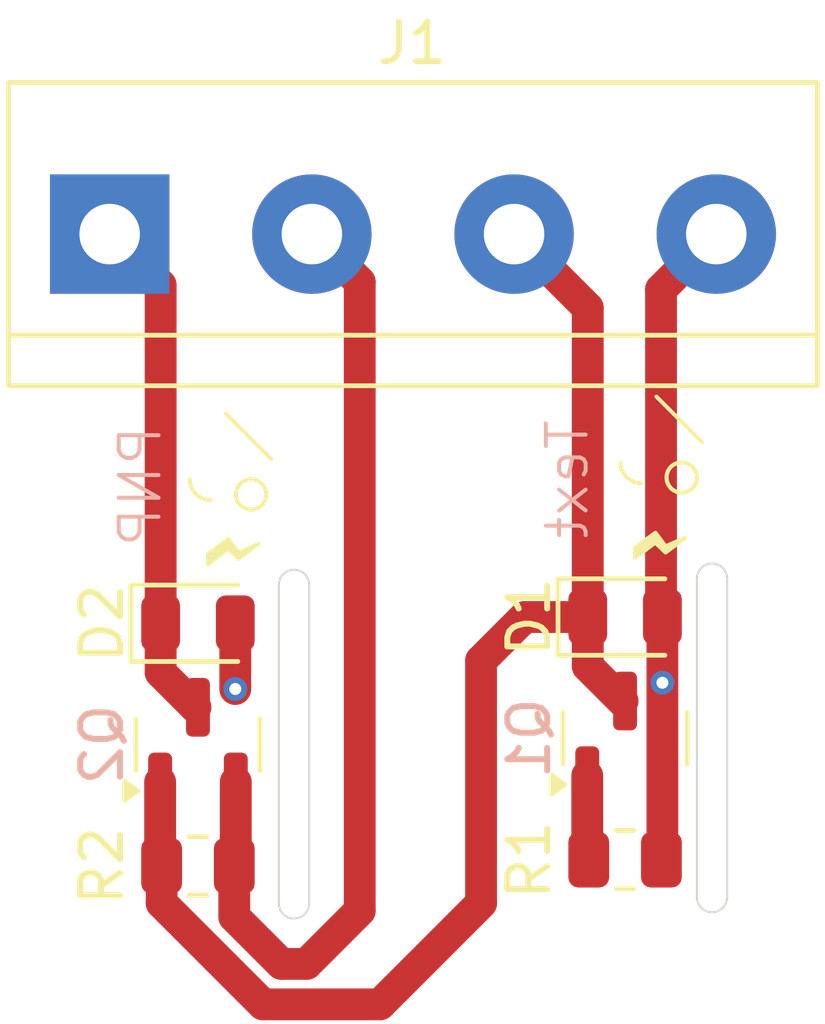
<source format=kicad_pcb>
(kicad_pcb (version 20240108) (generator "pcbnew") (generator_version "8.0")
  (layers (0 "F.Cu" signal) (31 "B.Cu" signal) (34 "B.Paste" user) (35 "F.Paste" user) (36 "B.SilkS" user "B.Silkscreen") (37 "F.SilkS" user "F.Silkscreen") (38 "B.Mask" user) (39 "F.Mask" user) (44 "Edge.Cuts" user))
  (net 0 "")
  (net 1 "/nType/Output")
  (net 2 "GND")
  (net 3 "/Input")
  (net 4 "VDC")
  (net 5 "/pType/Output")
  (footprint "Diode_SMD:D_0805_2012Metric" (layer "F.Cu") (at 34.606499 29.348104)
    (property "Reference" "D1" (at -2.413 0 -90) (layer "F.SilkS"))
    (property "Value" "D_Schottky_Small")
    (fp_line (start -1.684999 -0.96) (end -1.684999 0.96) (stroke (width 0.12)) (layer "F.SilkS"))
    (fp_line (start -1.684999 0.96) (end 1 0.96) (stroke (width 0.12)) (layer "F.SilkS"))
    (fp_line (start 1 -0.96) (end -1.684999 -0.96) (stroke (width 0.12)) (layer "F.SilkS"))
    (pad "1" smd roundrect (at -0.937501 0) (size 0.975 1.4) (layers "F.Cu" "F.Paste" "F.Mask") (net 1 "/nType/Output"))
    (pad "2" smd roundrect (at 0.937501 0) (size 0.975 1.4) (layers "F.Cu" "F.Paste" "F.Mask") (net 2 "GND"))
  )
  (footprint "Resistor_SMD:R_0805_2012Metric" (layer "F.Cu") (at 23.876 35.601102 180)
    (property "Reference" "R2" (at 2.413 0 90) (layer "F.SilkS"))
    (property "Value" "10k")
    (fp_line (start -0.227064 0.735) (end 0.227064 0.735) (stroke (width 0.12)) (layer "F.SilkS"))
    (fp_line (start -0.227064 -0.735) (end 0.227064 -0.735) (stroke (width 0.12)) (layer "F.SilkS"))
    (pad "1" smd roundrect (at -0.9125 0 180) (size 1.025 1.4) (layers "F.Cu" "F.Paste" "F.Mask") (roundrect_rratio 0.243902) (net 4 "VDC"))
    (pad "2" smd roundrect (at 0.9125 0 180) (size 1.025 1.4) (layers "F.Cu" "F.Paste" "F.Mask") (roundrect_rratio 0.243902) (net 1 "/nType/Output"))
  )
  (footprint "Package_TO_SOT_SMD:SOT-23" (layer "F.Cu") (at 23.876 32.553102 90)
    (property "Reference" "Q2" (at 0 -2.413 90) (layer "B.SilkS") (effects (justify mirror)))
    (property "Value" "BC807")
    (fp_line (start 0 -1.560001) (end 0.65 -1.56) (stroke (width 0.12)) (layer "F.SilkS"))
    (fp_line (start 0 -1.560001) (end -0.65 -1.56) (stroke (width 0.12)) (layer "F.SilkS"))
    (fp_line (start 0 1.560001) (end 0.65 1.56) (stroke (width 0.12)) (layer "F.SilkS"))
    (fp_line (start 0 1.560001) (end -0.65 1.56) (stroke (width 0.12)) (layer "F.SilkS"))
    (fp_poly (pts (xy -1.1625 -1.51) (xy -1.4025 -1.84) (xy -0.9225 -1.839999) (xy -1.1625 -1.51)) (stroke (width 0.12)) (fill solid) (layer "F.SilkS"))
    (pad "1" smd roundrect (at -0.9375 -0.95 90) (size 1.475 0.6) (layers "F.Cu" "F.Paste" "F.Mask") (net 1 "/nType/Output"))
    (pad "2" smd roundrect (at -0.9375 0.95 90) (size 1.475 0.6) (layers "F.Cu" "F.Paste" "F.Mask") (net 4 "VDC"))
    (pad "3" smd roundrect (at 0.937501 0 90) (size 1.475 0.6) (layers "F.Cu" "F.Paste" "F.Mask") (net 5 "/pType/Output"))
  )
  (footprint "TerminalBlock:TerminalBlock_bornier-4_P5.08mm" (layer "F.Cu") (at 21.6575 19.727604)
    (property "Reference" "J1" (at 7.6 -4.8 0) (layer "F.SilkS"))
    (property "Value" "Screw_Terminal_01x04")
    (fp_line (start -2.54 -3.81) (end -2.54 3.81) (stroke (width 0.12)) (layer "F.SilkS"))
    (fp_line (start -2.54 -3.81) (end 17.78 -3.81) (stroke (width 0.12)) (layer "F.SilkS"))
    (fp_line (start -2.54 3.81) (end 17.78 3.81) (stroke (width 0.12)) (layer "F.SilkS"))
    (fp_line (start 17.78 2.54) (end -2.54 2.54) (stroke (width 0.12)) (layer "F.SilkS"))
    (fp_line (start 17.78 3.81) (end 17.78 -3.81) (stroke (width 0.12)) (layer "F.SilkS"))
    (pad "1" thru_hole rect (at 0 0) (size 3 3) (drill 1.52) (layers "*.Cu" "*.Mask") (net 5 "/pType/Output"))
    (pad "2" thru_hole circle (at 5.08 0) (size 3 3) (drill 1.52) (layers "*.Cu" "*.Mask") (net 4 "VDC"))
    (pad "3" thru_hole circle (at 10.16 0) (size 3 3) (drill 1.52) (layers "*.Cu" "*.Mask") (net 1 "/nType/Output"))
    (pad "4" thru_hole circle (at 15.24 0) (size 3 3) (drill 1.52) (layers "*.Cu" "*.Mask") (net 2 "GND"))
  )
  (footprint "Diode_SMD:D_0805_2012Metric" (layer "F.Cu") (at 23.876 29.505102)
    (property "Reference" "D2" (at -2.413 0 -90) (layer "F.SilkS"))
    (property "Value" "D_Schottky_Small")
    (fp_line (start -1.684999 -0.96) (end -1.684999 0.96) (stroke (width 0.12)) (layer "F.SilkS"))
    (fp_line (start -1.684999 0.96) (end 1 0.96) (stroke (width 0.12)) (layer "F.SilkS"))
    (fp_line (start 1 -0.96) (end -1.684999 -0.96) (stroke (width 0.12)) (layer "F.SilkS"))
    (pad "1" smd roundrect (at -0.937501 0) (size 0.975 1.4) (layers "F.Cu" "F.Paste" "F.Mask") (net 5 "/pType/Output"))
    (pad "2" smd roundrect (at 0.937501 0) (size 0.975 1.4) (layers "F.Cu" "F.Paste" "F.Mask") (net 2 "GND"))
  )
  (footprint "Resistor_SMD:R_0805_2012Metric" (layer "F.Cu") (at 34.606499 35.444104)
    (property "Reference" "R1" (at -2.413 0 -90) (layer "F.SilkS"))
    (property "Value" "10k")
    (fp_line (start -0.227064 -0.735) (end 0.227064 -0.735) (stroke (width 0.12)) (layer "F.SilkS"))
    (fp_line (start -0.227064 0.735) (end 0.227064 0.735) (stroke (width 0.12)) (layer "F.SilkS"))
    (pad "1" smd roundrect (at -0.9125 0) (size 1.025 1.4) (layers "F.Cu" "F.Paste" "F.Mask") (roundrect_rratio 0.243902) (net 3 "/Input"))
    (pad "2" smd roundrect (at 0.9125 0) (size 1.025 1.4) (layers "F.Cu" "F.Paste" "F.Mask") (roundrect_rratio 0.243902) (net 2 "GND"))
  )
  (footprint "Package_TO_SOT_SMD:SOT-23" (layer "F.Cu") (at 34.606499 32.396104 90)
    (property "Reference" "Q1" (at 0 -2.413 90) (layer "B.SilkS") (effects (justify mirror)))
    (property "Value" "MMBT2222A")
    (fp_line (start 0 -1.560001) (end 0.65 -1.56) (stroke (width 0.12)) (layer "F.SilkS"))
    (fp_line (start 0 -1.560001) (end -0.65 -1.56) (stroke (width 0.12)) (layer "F.SilkS"))
    (fp_line (start 0 1.560001) (end 0.65 1.56) (stroke (width 0.12)) (layer "F.SilkS"))
    (fp_line (start 0 1.560001) (end -0.65 1.56) (stroke (width 0.12)) (layer "F.SilkS"))
    (fp_poly (pts (xy -1.1625 -1.51) (xy -1.4025 -1.84) (xy -0.9225 -1.839999) (xy -1.1625 -1.51)) (stroke (width 0.12)) (fill solid) (layer "F.SilkS"))
    (pad "1" smd roundrect (at -0.9375 -0.95 90) (size 1.475 0.6) (layers "F.Cu" "F.Paste" "F.Mask") (net 3 "/Input"))
    (pad "2" smd roundrect (at -0.9375 0.95 90) (size 1.475 0.6) (layers "F.Cu" "F.Paste" "F.Mask") (net 2 "GND"))
    (pad "3" smd roundrect (at 0.937501 0 90) (size 1.475 0.6) (layers "F.Cu" "F.Paste" "F.Mask") (net 1 "/nType/Output"))
  )
  (gr_circle (center 36.028899 25.842904) (end 35.647899 25.842904) (stroke (width 0.1)) (fill none) (layer "F.SilkS"))
  (gr_circle (center 36.028899 25.842904) (end 35.647899 25.842904) (stroke (width 0.1)) (fill none) (layer "F.SilkS"))
  (gr_circle (center 25.2095 26.266602) (end 24.8285 26.266602) (stroke (width 0.1)) (fill none) (layer "F.SilkS"))
  (gr_poly (pts (xy 24.127188 28.017451) (xy 24.635188 27.636451) (xy 24.894379 27.88526) (xy 25.397188 27.509451) (xy 24.892 27.727102) (xy 24.638415 27.385678) (xy 24.127188 27.763451)) (stroke (width 0.1)) (fill solid) (layer "F.SilkS"))
  (gr_line (start 35.393899 23.810904) (end 36.536899 24.953904) (stroke (width 0.1)) (layer "F.SilkS"))
  (gr_arc (start 24.1935 26.409236) (mid 23.823235 26.255867) (end 23.669866 25.885602) (stroke (width 0.1)) (layer "F.SilkS"))
  (gr_arc (start 35.012899 25.985538) (mid 34.642634 25.832169) (end 34.489265 25.461904) (stroke (width 0.1)) (layer "F.SilkS"))
  (gr_poly (pts (xy 34.857687 27.860453) (xy 35.365687 27.479453) (xy 35.624878 27.728262) (xy 36.127687 27.352453) (xy 35.622499 27.570104) (xy 35.368914 27.22868) (xy 34.857687 27.606453)) (stroke (width 0.1)) (fill solid) (layer "F.SilkS"))
  (gr_circle (center 25.2095 26.266602) (end 24.8285 26.266602) (stroke (width 0.1)) (fill none) (layer "F.SilkS"))
  (gr_line (start 24.5745 24.234602) (end 25.7175 25.377602) (stroke (width 0.1)) (layer "F.SilkS"))
  (gr_line (start 26.67 28.539902) (end 26.67 36.540902) (stroke (width 0.05)) (layer "Edge.Cuts"))
  (gr_arc (start 25.908 28.539902) (mid 26.289 28.158902) (end 26.67 28.539902) (stroke (width 0.05)) (layer "Edge.Cuts"))
  (gr_arc (start 37.171899 36.383904) (mid 36.790899 36.764904) (end 36.409899 36.383904) (stroke (width 0.05)) (layer "Edge.Cuts"))
  (gr_line (start 25.908 36.540902) (end 25.908 28.539902) (stroke (width 0.05)) (layer "Edge.Cuts"))
  (gr_line (start 37.171899 28.382904) (end 37.171899 36.383904) (stroke (width 0.05)) (layer "Edge.Cuts"))
  (gr_arc (start 26.67 36.540902) (mid 26.289 36.921902) (end 25.908 36.540902) (stroke (width 0.05)) (layer "Edge.Cuts"))
  (gr_arc (start 36.409899 28.382904) (mid 36.790899 28.001904) (end 37.171899 28.382904) (stroke (width 0.05)) (layer "Edge.Cuts"))
  (gr_line (start 36.409899 36.383904) (end 36.409899 28.382904) (stroke (width 0.05)) (layer "Edge.Cuts"))
  (gr_text "PNP" (at 23.0124 24.475902 90) (layer "B.SilkS") (effects (font (size 1 1) (thickness 0.1)) (justify left bottom mirror)))
  (gr_text "Text" (at 33.742899 24.318904 90) (layer "B.SilkS") (effects (font (size 1 1) (thickness 0.1)) (justify left bottom mirror)))
  (segment (start 30.988 36.538604) (end 30.988 30.442604) (width 0.8) (layer "F.Cu") (net 1))
  (segment (start 28.448 39.078604) (end 30.988 36.538604) (width 0.8) (layer "F.Cu") (net 1))
  (segment (start 22.9635 36.532317) (end 25.509787 39.078604) (width 0.8) (layer "F.Cu") (net 1))
  (segment (start 22.9635 35.522604) (end 22.9635 36.532317) (width 0.8) (layer "F.Cu") (net 1))
  (segment (start 22.926 33.490602) (end 22.926 35.563602) (width 0.8) (layer "F.Cu") (net 1))
  (segment (start 33.668998 29.348104) (end 33.668998 21.579102) (width 0.8) (layer "F.Cu") (net 1))
  (segment (start 30.988 30.442604) (end 32.0825 29.348104) (width 0.8) (layer "F.Cu") (net 1))
  (segment (start 32.0825 29.348104) (end 33.668998 29.348104) (width 0.8) (layer "F.Cu") (net 1))
  (segment (start 33.668998 29.348104) (end 33.668998 30.583602) (width 0.8) (layer "F.Cu") (net 1))
  (segment (start 33.668998 30.583602) (end 34.544 31.458604) (width 0.8) (layer "F.Cu") (net 1))
  (segment (start 25.509787 39.078604) (end 28.448 39.078604) (width 0.8) (layer "F.Cu") (net 1))
  (segment (start 33.668998 21.579102) (end 31.8175 19.727604) (width 0.8) (layer "F.Cu") (net 1))
  (segment (start 22.926 35.563602) (end 22.9635 35.601102) (width 0.8) (layer "F.Cu") (net 1))
  (segment (start 36.8975 19.727604) (end 35.509899 21.115205) (width 0.8) (layer "F.Cu") (net 2))
  (segment (start 35.544 29.348104) (end 35.544 35.419103) (width 0.8) (layer "F.Cu") (net 2))
  (segment (start 35.509899 21.115205) (end 35.509899 29.348104) (width 0.8) (layer "F.Cu") (net 2))
  (segment (start 24.813501 29.505102) (end 24.813501 31.156102) (width 0.8) (layer "F.Cu") (net 2))
  (segment (start 35.544 35.419103) (end 35.518999 35.444104) (width 0.8) (layer "F.Cu") (net 2))
  (via (at 24.813501 31.156102) (size 0.6) (drill 0.3) (layers "F.Cu" "B.Cu") (net 2))
  (via (at 35.544 30.999104) (size 0.6) (drill 0.3) (layers "F.Cu" "B.Cu") (net 2))
  (segment (start 33.656499 35.406604) (end 33.693999 35.444104) (width 0.8) (layer "F.Cu") (net 3))
  (segment (start 33.656499 33.333604) (end 33.656499 35.406604) (width 0.8) (layer "F.Cu") (net 3))
  (segment (start 24.826 35.563602) (end 24.7885 35.601102) (width 0.8) (layer "F.Cu") (net 4))
  (segment (start 24.7885 35.601103) (end 24.7885 36.878395) (width 0.8) (layer "F.Cu") (net 4))
  (segment (start 27.94 20.930104) (end 26.7375 19.727604) (width 0.8) (layer "F.Cu") (net 4))
  (segment (start 26.605291 38.062604) (end 27.94 36.727895) (width 0.8) (layer "F.Cu") (net 4))
  (segment (start 25.972709 38.062604) (end 26.605291 38.062604) (width 0.8) (layer "F.Cu") (net 4))
  (segment (start 24.826 33.490602) (end 24.826 35.563602) (width 0.8) (layer "F.Cu") (net 4))
  (segment (start 24.7885 36.878395) (end 25.972709 38.062604) (width 0.8) (layer "F.Cu") (net 4))
  (segment (start 27.94 36.727895) (end 27.94 20.930104) (width 0.8) (layer "F.Cu") (net 4))
  (segment (start 22.938499 21.008603) (end 21.6575 19.727604) (width 0.8) (layer "F.Cu") (net 5))
  (segment (start 22.938499 29.505102) (end 22.938499 21.008603) (width 0.8) (layer "F.Cu") (net 5))
  (segment (start 22.938499 30.7406) (end 23.813501 31.615602) (width 0.8) (layer "F.Cu") (net 5))
  (segment (start 22.938499 29.505102) (end 22.938499 30.7406) (width 0.8) (layer "F.Cu") (net 5))
)
</source>
